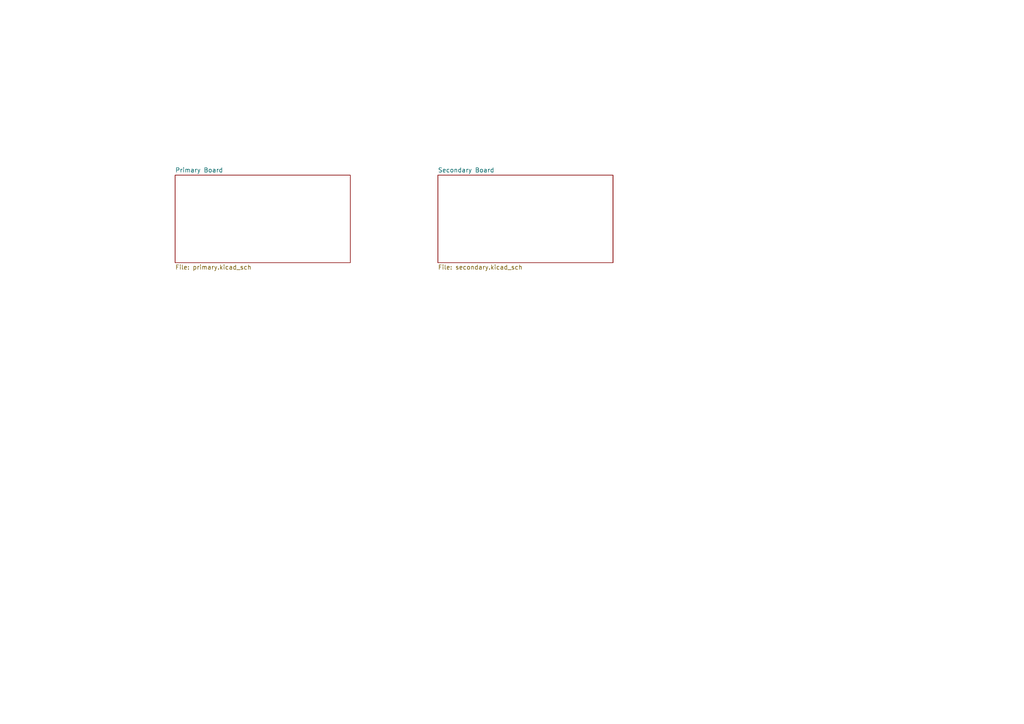
<source format=kicad_sch>
(kicad_sch (version 20211123) (generator eeschema)
  (paper "A4")
  (title_block (title "Zvonecek") (date "2022-10-22") (company "Hamalovi & Jankolovi"))
  (lib_symbols)
  (sheet (at 127 50.8) (size 50.8 25.4) (stroke (width 0.1524))
    (property "Sheet name" "Secondary Board" (at 127 50.0884 0) (effects (justify left bottom)))
    (property "Sheet file" "secondary.kicad_sch" (at 127 76.7846 0) (effects (justify left top)))
  )
  (sheet (at 50.8 50.8) (size 50.8 25.4) (stroke (width 0.1524))
    (property "Sheet name" "Primary Board" (at 50.8 50.0884 0) (effects (justify left bottom)))
    (property "Sheet file" "primary.kicad_sch" (at 50.8 76.7846 0) (effects (justify left top)))
  )
)
</source>
